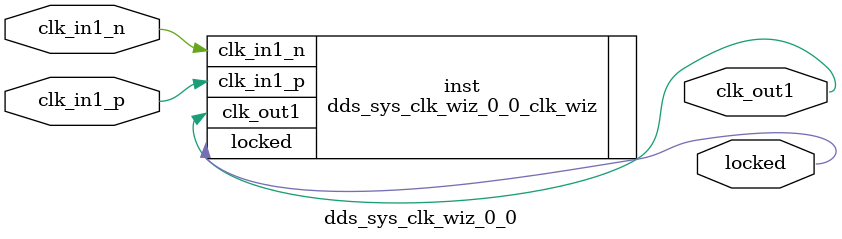
<source format=v>


`timescale 1ps/1ps

(* CORE_GENERATION_INFO = "dds_sys_clk_wiz_0_0,clk_wiz_v6_0_3_0_0,{component_name=dds_sys_clk_wiz_0_0,use_phase_alignment=true,use_min_o_jitter=false,use_max_i_jitter=false,use_dyn_phase_shift=false,use_inclk_switchover=false,use_dyn_reconfig=false,enable_axi=0,feedback_source=FDBK_AUTO,PRIMITIVE=MMCM,num_out_clk=1,clkin1_period=5.000,clkin2_period=10.0,use_power_down=false,use_reset=false,use_locked=true,use_inclk_stopped=false,feedback_type=SINGLE,CLOCK_MGR_TYPE=NA,manual_override=false}" *)

module dds_sys_clk_wiz_0_0 
 (
  // Clock out ports
  output        clk_out1,
  // Status and control signals
  output        locked,
 // Clock in ports
  input         clk_in1_p,
  input         clk_in1_n
 );

  dds_sys_clk_wiz_0_0_clk_wiz inst
  (
  // Clock out ports  
  .clk_out1(clk_out1),
  // Status and control signals               
  .locked(locked),
 // Clock in ports
  .clk_in1_p(clk_in1_p),
  .clk_in1_n(clk_in1_n)
  );

endmodule

</source>
